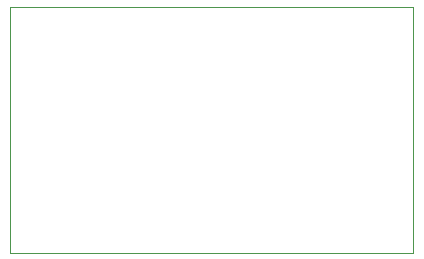
<source format=gbr>
G04 #@! TF.GenerationSoftware,KiCad,Pcbnew,8.0.6*
G04 #@! TF.CreationDate,2025-06-28T12:58:56+01:00*
G04 #@! TF.ProjectId,1x1,3178312e-6b69-4636-9164-5f7063625858,0.1*
G04 #@! TF.SameCoordinates,Original*
G04 #@! TF.FileFunction,Profile,NP*
%FSLAX46Y46*%
G04 Gerber Fmt 4.6, Leading zero omitted, Abs format (unit mm)*
G04 Created by KiCad (PCBNEW 8.0.6) date 2025-06-28 12:58:56*
%MOMM*%
%LPD*%
G01*
G04 APERTURE LIST*
G04 #@! TA.AperFunction,Profile*
%ADD10C,0.050000*%
G04 #@! TD*
G04 APERTURE END LIST*
D10*
X90960066Y-51244000D02*
X125082066Y-51244000D01*
X125082066Y-72072000D01*
X90960066Y-72072000D01*
X90960066Y-51244000D01*
M02*

</source>
